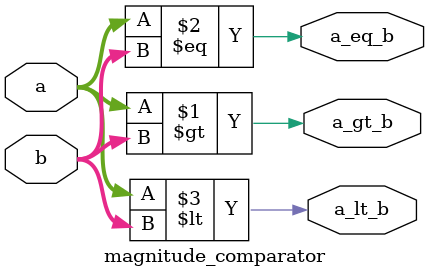
<source format=v>
module magnitude_comparator #(
    parameter WIDTH = 4
) (
    input  wire [WIDTH-1:0] a,
    input  wire [WIDTH-1:0] b,
    output wire             a_gt_b,
    output wire             a_eq_b,
    output wire             a_lt_b
);
    assign a_gt_b = (a > b);
    assign a_eq_b = (a == b);
    assign a_lt_b = (a < b);
endmodule

</source>
